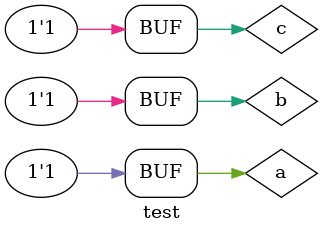
<source format=v>
module test;
    reg c, b, a;
    wire o;

    truth_table ins (a, b, c, o);

    initial begin
        c = 1'b0;    b = 1'b0;   a = 1'b0;

        $monitor($time, "in:%b%b%b -> out:%b", c, b, a, o);

        #1   c = 1'b0;    b = 1'b0;   a = 1'b1;
        #1   c = 1'b0;    b = 1'b1;   a = 1'b0;
        #1   c = 1'b0;    b = 1'b1;   a = 1'b1;
        #1   c = 1'b1;    b = 1'b0;   a = 1'b0;
        #1   c = 1'b1;    b = 1'b0;   a = 1'b1;
        #1   c = 1'b1;    b = 1'b1;   a = 1'b0;
        #1   c = 1'b1;    b = 1'b1;   a = 1'b1;
    end
endmodule

</source>
